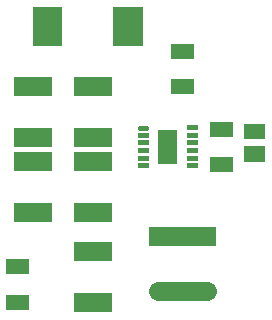
<source format=gbr>
G04 start of page 9 for group -4015 idx -4015 *
G04 Title: (unknown), toppaste *
G04 Creator: pcb 4.3.0 *
G04 CreationDate: Wed Nov 16 10:12:24 2022 UTC *
G04 For: harkaitz *
G04 Format: Gerber/RS-274X *
G04 PCB-Dimensions (mm): 100.00 80.00 *
G04 PCB-Coordinate-Origin: lower left *
%MOMM*%
%FSLAX43Y43*%
%LNTOPPASTE*%
%ADD42C,1.600*%
%ADD41C,0.002*%
%ADD40C,0.420*%
G54D40*X19260Y43525D02*X19780D01*
G54D41*G36*
X19050Y43085D02*Y42665D01*
X19990D01*
Y43085D01*
X19050D01*
G37*
G36*
Y42435D02*Y42015D01*
X19990D01*
Y42435D01*
X19050D01*
G37*
G36*
Y41785D02*Y41365D01*
X19990D01*
Y41785D01*
X19050D01*
G37*
G36*
Y41135D02*Y40715D01*
X19990D01*
Y41135D01*
X19050D01*
G37*
G36*
Y40485D02*Y40065D01*
X19990D01*
Y40485D01*
X19050D01*
G37*
G36*
X23200D02*Y40065D01*
X24150D01*
Y40485D01*
X23200D01*
G37*
G36*
Y41135D02*Y40715D01*
X24150D01*
Y41135D01*
X23200D01*
G37*
G36*
Y41785D02*Y41365D01*
X24150D01*
Y41785D01*
X23200D01*
G37*
G36*
Y42435D02*Y42015D01*
X24150D01*
Y42435D01*
X23200D01*
G37*
G36*
Y43085D02*Y42665D01*
X24150D01*
Y43085D01*
X23200D01*
G37*
G36*
Y43735D02*Y43315D01*
X24150D01*
Y43735D01*
X23200D01*
G37*
G36*
X22415Y43330D02*X20765D01*
Y40470D01*
X22415D01*
Y43330D01*
G37*
G36*
X21910Y47630D02*Y46330D01*
X23810D01*
Y47630D01*
X21910D01*
G37*
G36*
Y50630D02*Y49330D01*
X23810D01*
Y50630D01*
X21910D01*
G37*
G36*
X7940Y29390D02*Y28090D01*
X9840D01*
Y29390D01*
X7940D01*
G37*
G36*
Y32390D02*Y31090D01*
X9840D01*
Y32390D01*
X7940D01*
G37*
G36*
X25212Y41026D02*Y39726D01*
X27112D01*
Y41026D01*
X25212D01*
G37*
G36*
Y44026D02*Y42726D01*
X27112D01*
Y44026D01*
X25212D01*
G37*
G36*
X8534Y37125D02*Y35499D01*
X11786D01*
Y37125D01*
X8534D01*
G37*
G36*
Y41443D02*Y39817D01*
X11786D01*
Y41443D01*
X8534D01*
G37*
G36*
X13614Y29505D02*Y27879D01*
X16866D01*
Y29505D01*
X13614D01*
G37*
G36*
Y33823D02*Y32197D01*
X16866D01*
Y33823D01*
X13614D01*
G37*
G36*
X8534Y43475D02*Y41849D01*
X11786D01*
Y43475D01*
X8534D01*
G37*
G36*
Y47793D02*Y46167D01*
X11786D01*
Y47793D01*
X8534D01*
G37*
G36*
X13614Y37125D02*Y35499D01*
X16866D01*
Y37125D01*
X13614D01*
G37*
G36*
Y41443D02*Y39817D01*
X16866D01*
Y41443D01*
X13614D01*
G37*
G36*
Y43475D02*Y41849D01*
X16866D01*
Y43475D01*
X13614D01*
G37*
G36*
Y47793D02*Y46167D01*
X16866D01*
Y47793D01*
X13614D01*
G37*
G36*
X12680Y53710D02*X10180D01*
Y50410D01*
X12680D01*
Y53710D01*
G37*
G36*
X19480D02*X16980D01*
Y50410D01*
X19480D01*
Y53710D01*
G37*
G54D42*X20810Y29680D02*X24910D01*
G54D41*G36*
X20010Y35080D02*Y33480D01*
X25710D01*
Y35080D01*
X20010D01*
G37*
G36*
X28054Y41938D02*Y40643D01*
X29858D01*
Y41938D01*
X28054D01*
G37*
G36*
Y43818D02*Y42522D01*
X29858D01*
Y43818D01*
X28054D01*
G37*
M02*

</source>
